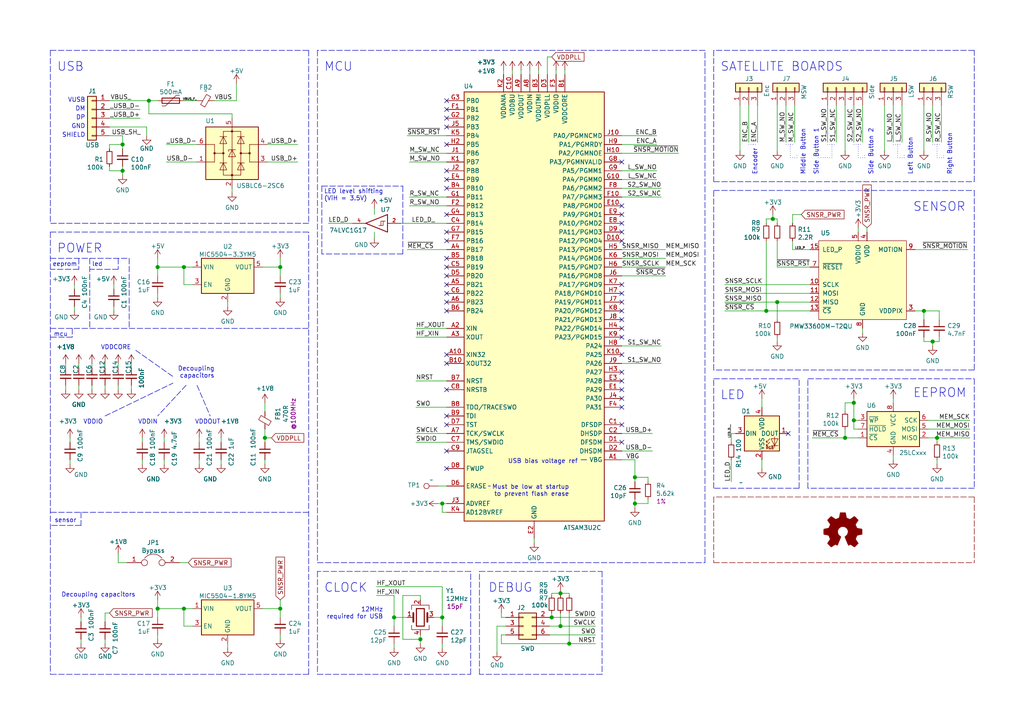
<source format=kicad_sch>
(kicad_sch (version 20210406) (generator eeschema)
  (paper "A4")
  (title_block (title "sammy") (date "2021-04-10") (rev "r0.1") (company "openinput                                   https://github.com/openinput-fw/big-sammy") (comment 2 "This source describes Open Hardware and is licensed under the CERN-OHL-Pv2") (comment 4 "Copyright (c) Rafael Silva <perigoso@riseup.net>"))
  (junction (at 35.56 41.91) (diameter 1.016))
  (junction (at 35.56 49.53) (diameter 1.016))
  (junction (at 43.18 29.21) (diameter 1.016))
  (junction (at 45.72 77.47) (diameter 1.016))
  (junction (at 45.72 176.53) (diameter 1.016))
  (junction (at 53.34 77.47) (diameter 1.016))
  (junction (at 53.34 176.53) (diameter 1.016))
  (junction (at 76.835 127) (diameter 1.016))
  (junction (at 81.28 77.47) (diameter 1.016))
  (junction (at 81.28 176.53) (diameter 1.016))
  (junction (at 114.3 179.07) (diameter 1.016))
  (junction (at 121.92 185.42) (diameter 1.016))
  (junction (at 128.27 146.05) (diameter 1.016))
  (junction (at 128.27 179.07) (diameter 1.016))
  (junction (at 160.02 179.07) (diameter 1.016))
  (junction (at 162.56 172.085) (diameter 1.016))
  (junction (at 162.56 181.61) (diameter 1.016))
  (junction (at 165.1 186.69) (diameter 1.016))
  (junction (at 184.15 138.43) (diameter 1.016))
  (junction (at 184.15 146.05) (diameter 1.016))
  (junction (at 222.25 90.17) (diameter 1.016))
  (junction (at 224.155 63.5) (diameter 1.016))
  (junction (at 225.425 87.63) (diameter 1.016))
  (junction (at 245.11 127) (diameter 1.016))
  (junction (at 247.65 116.84) (diameter 1.016))
  (junction (at 247.65 121.92) (diameter 1.016))
  (junction (at 267.97 90.17) (diameter 1.016))
  (junction (at 270.51 99.06) (diameter 1.016))
  (junction (at 271.78 127) (diameter 1.016))
  (no_connect (at 129.54 29.21))
  (no_connect (at 129.54 31.75))
  (no_connect (at 129.54 34.29))
  (no_connect (at 129.54 36.83))
  (no_connect (at 129.54 41.91))
  (no_connect (at 129.54 49.53))
  (no_connect (at 129.54 52.07))
  (no_connect (at 129.54 54.61))
  (no_connect (at 129.54 62.23))
  (no_connect (at 129.54 67.31))
  (no_connect (at 129.54 69.85))
  (no_connect (at 129.54 74.93))
  (no_connect (at 129.54 77.47))
  (no_connect (at 129.54 80.01))
  (no_connect (at 129.54 82.55))
  (no_connect (at 129.54 85.09))
  (no_connect (at 129.54 87.63))
  (no_connect (at 129.54 90.17))
  (no_connect (at 129.54 102.87))
  (no_connect (at 129.54 105.41))
  (no_connect (at 129.54 113.03))
  (no_connect (at 129.54 120.65))
  (no_connect (at 129.54 123.19))
  (no_connect (at 129.54 130.81))
  (no_connect (at 129.54 135.89))
  (no_connect (at 180.34 46.99))
  (no_connect (at 180.34 59.69))
  (no_connect (at 180.34 62.23))
  (no_connect (at 180.34 64.77))
  (no_connect (at 180.34 67.31))
  (no_connect (at 180.34 69.85))
  (no_connect (at 180.34 82.55))
  (no_connect (at 180.34 85.09))
  (no_connect (at 180.34 87.63))
  (no_connect (at 180.34 90.17))
  (no_connect (at 180.34 92.71))
  (no_connect (at 180.34 95.25))
  (no_connect (at 180.34 97.79))
  (no_connect (at 180.34 102.87))
  (no_connect (at 180.34 107.95))
  (no_connect (at 180.34 110.49))
  (no_connect (at 180.34 113.03))
  (no_connect (at 180.34 115.57))
  (no_connect (at 180.34 118.11))
  (no_connect (at 180.34 123.19))
  (no_connect (at 180.34 128.27))
  (no_connect (at 228.6 125.73))
  (wire (pts (xy 19.05 105.41) (xy 19.05 106.68)))
  (wire (pts (xy 19.05 111.76) (xy 19.05 113.03)))
  (wire (pts (xy 20.32 127) (xy 20.32 128.27)))
  (wire (pts (xy 20.32 133.35) (xy 20.32 134.62)))
  (wire (pts (xy 21.59 82.55) (xy 21.59 83.82)))
  (wire (pts (xy 21.59 88.9) (xy 21.59 90.17)))
  (wire (pts (xy 22.86 105.41) (xy 22.86 106.68)))
  (wire (pts (xy 22.86 111.76) (xy 22.86 113.03)))
  (wire (pts (xy 23.495 179.07) (xy 23.495 180.34)))
  (wire (pts (xy 23.495 185.42) (xy 23.495 186.69)))
  (wire (pts (xy 26.67 105.41) (xy 26.67 106.68)))
  (wire (pts (xy 26.67 111.76) (xy 26.67 113.03)))
  (wire (pts (xy 30.48 105.41) (xy 30.48 106.68)))
  (wire (pts (xy 30.48 111.76) (xy 30.48 113.03)))
  (wire (pts (xy 30.48 177.8) (xy 30.48 180.34)))
  (wire (pts (xy 30.48 177.8) (xy 31.75 177.8)))
  (wire (pts (xy 30.48 185.42) (xy 30.48 186.69)))
  (wire (pts (xy 31.75 29.21) (xy 43.18 29.21)))
  (wire (pts (xy 31.75 31.75) (xy 40.64 31.75)))
  (wire (pts (xy 31.75 34.29) (xy 40.64 34.29)))
  (wire (pts (xy 31.75 36.83) (xy 42.545 36.83)))
  (wire (pts (xy 31.75 39.37) (xy 35.56 39.37)))
  (wire (pts (xy 31.75 41.91) (xy 31.75 43.18)))
  (wire (pts (xy 31.75 41.91) (xy 35.56 41.91)))
  (wire (pts (xy 31.75 48.26) (xy 31.75 49.53)))
  (wire (pts (xy 31.75 49.53) (xy 35.56 49.53)))
  (wire (pts (xy 33.02 82.55) (xy 33.02 83.82)))
  (wire (pts (xy 33.02 88.9) (xy 33.02 90.17)))
  (wire (pts (xy 34.29 105.41) (xy 34.29 106.68)))
  (wire (pts (xy 34.29 111.76) (xy 34.29 113.03)))
  (wire (pts (xy 34.29 163.195) (xy 34.29 160.655)))
  (wire (pts (xy 35.56 39.37) (xy 35.56 41.91)))
  (wire (pts (xy 35.56 43.18) (xy 35.56 41.91)))
  (wire (pts (xy 35.56 49.53) (xy 35.56 48.26)))
  (wire (pts (xy 35.56 49.53) (xy 35.56 50.8)))
  (wire (pts (xy 36.83 163.195) (xy 34.29 163.195)))
  (wire (pts (xy 38.1 105.41) (xy 38.1 106.68)))
  (wire (pts (xy 38.1 111.76) (xy 38.1 113.03)))
  (wire (pts (xy 41.275 127) (xy 41.275 128.27)))
  (wire (pts (xy 41.275 133.35) (xy 41.275 134.62)))
  (wire (pts (xy 42.545 36.83) (xy 42.545 39.37)))
  (wire (pts (xy 43.18 29.21) (xy 45.72 29.21)))
  (wire (pts (xy 43.18 33.02) (xy 43.18 29.21)))
  (wire (pts (xy 45.72 74.93) (xy 45.72 77.47)))
  (wire (pts (xy 45.72 77.47) (xy 45.72 80.01)))
  (wire (pts (xy 45.72 85.09) (xy 45.72 86.36)))
  (wire (pts (xy 45.72 173.99) (xy 45.72 176.53)))
  (wire (pts (xy 45.72 176.53) (xy 45.72 179.07)))
  (wire (pts (xy 45.72 184.15) (xy 45.72 185.42)))
  (wire (pts (xy 47.625 127) (xy 47.625 128.27)))
  (wire (pts (xy 47.625 133.35) (xy 47.625 134.62)))
  (wire (pts (xy 48.26 46.99) (xy 57.15 46.99)))
  (wire (pts (xy 52.07 163.195) (xy 54.61 163.195)))
  (wire (pts (xy 53.34 29.21) (xy 57.15 29.21)))
  (wire (pts (xy 53.34 77.47) (xy 45.72 77.47)))
  (wire (pts (xy 53.34 77.47) (xy 55.88 77.47)))
  (wire (pts (xy 53.34 82.55) (xy 53.34 77.47)))
  (wire (pts (xy 53.34 82.55) (xy 55.88 82.55)))
  (wire (pts (xy 53.34 176.53) (xy 45.72 176.53)))
  (wire (pts (xy 53.34 176.53) (xy 55.88 176.53)))
  (wire (pts (xy 53.34 181.61) (xy 53.34 176.53)))
  (wire (pts (xy 53.34 181.61) (xy 55.88 181.61)))
  (wire (pts (xy 57.15 41.91) (xy 48.26 41.91)))
  (wire (pts (xy 57.785 127) (xy 57.785 128.27)))
  (wire (pts (xy 57.785 133.35) (xy 57.785 134.62)))
  (wire (pts (xy 62.23 29.21) (xy 68.58 29.21)))
  (wire (pts (xy 64.135 127) (xy 64.135 128.27)))
  (wire (pts (xy 64.135 133.35) (xy 64.135 134.62)))
  (wire (pts (xy 66.04 87.63) (xy 66.04 88.9)))
  (wire (pts (xy 66.04 186.69) (xy 66.04 187.96)))
  (wire (pts (xy 67.31 33.02) (xy 43.18 33.02)))
  (wire (pts (xy 67.31 34.29) (xy 67.31 33.02)))
  (wire (pts (xy 67.31 54.61) (xy 67.31 55.88)))
  (wire (pts (xy 68.58 24.13) (xy 68.58 29.21)))
  (wire (pts (xy 76.835 119.38) (xy 76.835 116.84)))
  (wire (pts (xy 76.835 124.46) (xy 76.835 127)))
  (wire (pts (xy 76.835 127) (xy 76.835 128.27)))
  (wire (pts (xy 76.835 127) (xy 78.74 127)))
  (wire (pts (xy 76.835 133.35) (xy 76.835 134.62)))
  (wire (pts (xy 77.47 41.91) (xy 86.36 41.91)))
  (wire (pts (xy 77.47 46.99) (xy 86.36 46.99)))
  (wire (pts (xy 81.28 74.93) (xy 81.28 77.47)))
  (wire (pts (xy 81.28 77.47) (xy 76.2 77.47)))
  (wire (pts (xy 81.28 80.01) (xy 81.28 77.47)))
  (wire (pts (xy 81.28 85.09) (xy 81.28 86.36)))
  (wire (pts (xy 81.28 173.99) (xy 81.28 176.53)))
  (wire (pts (xy 81.28 176.53) (xy 76.2 176.53)))
  (wire (pts (xy 81.28 179.07) (xy 81.28 176.53)))
  (wire (pts (xy 81.28 184.15) (xy 81.28 185.42)))
  (wire (pts (xy 102.235 64.77) (xy 95.25 64.77)))
  (wire (pts (xy 108.585 60.325) (xy 108.585 62.23)))
  (wire (pts (xy 108.585 67.31) (xy 108.585 69.215)))
  (wire (pts (xy 109.22 170.18) (xy 128.27 170.18)))
  (wire (pts (xy 109.22 172.72) (xy 114.3 172.72)))
  (wire (pts (xy 114.3 172.72) (xy 114.3 179.07)))
  (wire (pts (xy 114.3 179.07) (xy 114.3 181.61)))
  (wire (pts (xy 114.3 179.07) (xy 118.11 179.07)))
  (wire (pts (xy 114.3 186.69) (xy 114.3 187.96)))
  (wire (pts (xy 116.205 64.77) (xy 129.54 64.77)))
  (wire (pts (xy 116.84 172.72) (xy 121.92 172.72)))
  (wire (pts (xy 116.84 185.42) (xy 116.84 172.72)))
  (wire (pts (xy 118.11 39.37) (xy 129.54 39.37)))
  (wire (pts (xy 118.11 72.39) (xy 129.54 72.39)))
  (wire (pts (xy 118.745 46.99) (xy 129.54 46.99)))
  (wire (pts (xy 118.745 57.15) (xy 129.54 57.15)))
  (wire (pts (xy 118.745 59.69) (xy 129.54 59.69)))
  (wire (pts (xy 120.65 95.25) (xy 129.54 95.25)))
  (wire (pts (xy 120.65 97.79) (xy 129.54 97.79)))
  (wire (pts (xy 120.65 110.49) (xy 129.54 110.49)))
  (wire (pts (xy 120.65 118.11) (xy 129.54 118.11)))
  (wire (pts (xy 120.65 125.73) (xy 129.54 125.73)))
  (wire (pts (xy 120.65 128.27) (xy 129.54 128.27)))
  (wire (pts (xy 121.92 172.72) (xy 121.92 173.99)))
  (wire (pts (xy 121.92 184.15) (xy 121.92 185.42)))
  (wire (pts (xy 121.92 185.42) (xy 116.84 185.42)))
  (wire (pts (xy 121.92 185.42) (xy 121.92 186.69)))
  (wire (pts (xy 125.73 179.07) (xy 128.27 179.07)))
  (wire (pts (xy 127 140.97) (xy 129.54 140.97)))
  (wire (pts (xy 127 146.05) (xy 128.27 146.05)))
  (wire (pts (xy 128.27 146.05) (xy 129.54 146.05)))
  (wire (pts (xy 128.27 148.59) (xy 128.27 146.05)))
  (wire (pts (xy 128.27 179.07) (xy 128.27 170.18)))
  (wire (pts (xy 128.27 179.07) (xy 128.27 181.61)))
  (wire (pts (xy 128.27 186.69) (xy 128.27 187.96)))
  (wire (pts (xy 129.54 44.45) (xy 118.745 44.45)))
  (wire (pts (xy 129.54 148.59) (xy 128.27 148.59)))
  (wire (pts (xy 144.145 181.61) (xy 144.145 189.23)))
  (wire (pts (xy 144.145 181.61) (xy 146.685 181.61)))
  (wire (pts (xy 145.415 177.8) (xy 145.415 179.07)))
  (wire (pts (xy 145.415 179.07) (xy 146.685 179.07)))
  (wire (pts (xy 145.415 184.15) (xy 146.685 184.15)))
  (wire (pts (xy 145.415 186.69) (xy 145.415 184.15)))
  (wire (pts (xy 145.415 186.69) (xy 165.1 186.69)))
  (wire (pts (xy 146.05 20.32) (xy 146.05 21.59)))
  (wire (pts (xy 148.59 20.32) (xy 148.59 21.59)))
  (wire (pts (xy 151.13 20.32) (xy 151.13 21.59)))
  (wire (pts (xy 153.67 20.32) (xy 153.67 21.59)))
  (wire (pts (xy 154.94 157.48) (xy 154.94 156.21)))
  (wire (pts (xy 156.21 20.32) (xy 156.21 21.59)))
  (wire (pts (xy 158.75 16.51) (xy 158.75 21.59)))
  (wire (pts (xy 160.02 16.51) (xy 158.75 16.51)))
  (wire (pts (xy 160.02 172.085) (xy 162.56 172.085)))
  (wire (pts (xy 160.02 172.72) (xy 160.02 172.085)))
  (wire (pts (xy 160.02 177.8) (xy 160.02 179.07)))
  (wire (pts (xy 160.02 179.07) (xy 159.385 179.07)))
  (wire (pts (xy 160.02 179.07) (xy 172.72 179.07)))
  (wire (pts (xy 161.29 20.32) (xy 161.29 21.59)))
  (wire (pts (xy 162.56 171.45) (xy 162.56 172.085)))
  (wire (pts (xy 162.56 172.085) (xy 162.56 172.72)))
  (wire (pts (xy 162.56 172.085) (xy 165.1 172.085)))
  (wire (pts (xy 162.56 177.8) (xy 162.56 181.61)))
  (wire (pts (xy 162.56 181.61) (xy 159.385 181.61)))
  (wire (pts (xy 162.56 181.61) (xy 172.72 181.61)))
  (wire (pts (xy 163.83 20.32) (xy 163.83 21.59)))
  (wire (pts (xy 165.1 172.085) (xy 165.1 172.72)))
  (wire (pts (xy 165.1 177.8) (xy 165.1 186.69)))
  (wire (pts (xy 165.1 186.69) (xy 172.72 186.69)))
  (wire (pts (xy 172.72 184.15) (xy 159.385 184.15)))
  (wire (pts (xy 180.34 39.37) (xy 190.5 39.37)))
  (wire (pts (xy 180.34 41.91) (xy 190.5 41.91)))
  (wire (pts (xy 180.34 44.45) (xy 196.85 44.45)))
  (wire (pts (xy 180.34 49.53) (xy 190.5 49.53)))
  (wire (pts (xy 180.34 52.07) (xy 190.5 52.07)))
  (wire (pts (xy 180.34 54.61) (xy 191.77 54.61)))
  (wire (pts (xy 180.34 57.15) (xy 191.77 57.15)))
  (wire (pts (xy 180.34 72.39) (xy 193.04 72.39)))
  (wire (pts (xy 180.34 74.93) (xy 193.04 74.93)))
  (wire (pts (xy 180.34 77.47) (xy 193.04 77.47)))
  (wire (pts (xy 180.34 100.33) (xy 191.77 100.33)))
  (wire (pts (xy 180.34 105.41) (xy 191.77 105.41)))
  (wire (pts (xy 180.34 125.73) (xy 189.23 125.73)))
  (wire (pts (xy 180.34 133.35) (xy 184.15 133.35)))
  (wire (pts (xy 184.15 133.35) (xy 184.15 138.43)))
  (wire (pts (xy 184.15 138.43) (xy 184.15 139.7)))
  (wire (pts (xy 184.15 138.43) (xy 187.96 138.43)))
  (wire (pts (xy 184.15 146.05) (xy 184.15 144.78)))
  (wire (pts (xy 184.15 146.05) (xy 184.15 147.32)))
  (wire (pts (xy 187.96 138.43) (xy 187.96 139.7)))
  (wire (pts (xy 187.96 144.78) (xy 187.96 146.05)))
  (wire (pts (xy 187.96 146.05) (xy 184.15 146.05)))
  (wire (pts (xy 189.23 130.81) (xy 180.34 130.81)))
  (wire (pts (xy 193.04 80.01) (xy 180.34 80.01)))
  (wire (pts (xy 210.185 82.55) (xy 234.95 82.55)))
  (wire (pts (xy 210.185 85.09) (xy 234.95 85.09)))
  (wire (pts (xy 210.185 87.63) (xy 225.425 87.63)))
  (wire (pts (xy 210.185 90.17) (xy 222.25 90.17)))
  (wire (pts (xy 212.09 125.73) (xy 212.09 128.27)))
  (wire (pts (xy 212.09 125.73) (xy 213.36 125.73)))
  (wire (pts (xy 212.09 133.35) (xy 212.09 139.7)))
  (wire (pts (xy 214.63 30.48) (xy 214.63 43.815)))
  (wire (pts (xy 217.17 41.275) (xy 217.17 30.48)))
  (wire (pts (xy 219.71 41.275) (xy 219.71 30.48)))
  (wire (pts (xy 220.98 115.57) (xy 220.98 118.11)))
  (wire (pts (xy 220.98 133.35) (xy 220.98 135.89)))
  (wire (pts (xy 222.25 63.5) (xy 224.155 63.5)))
  (wire (pts (xy 222.25 64.77) (xy 222.25 63.5)))
  (wire (pts (xy 222.25 69.85) (xy 222.25 90.17)))
  (wire (pts (xy 222.25 90.17) (xy 234.95 90.17)))
  (wire (pts (xy 224.155 63.5) (xy 224.155 62.23)))
  (wire (pts (xy 225.425 30.48) (xy 225.425 43.815)))
  (wire (pts (xy 225.425 63.5) (xy 224.155 63.5)))
  (wire (pts (xy 225.425 64.77) (xy 225.425 63.5)))
  (wire (pts (xy 225.425 69.85) (xy 225.425 77.47)))
  (wire (pts (xy 225.425 77.47) (xy 234.95 77.47)))
  (wire (pts (xy 225.425 87.63) (xy 225.425 92.71)))
  (wire (pts (xy 225.425 87.63) (xy 234.95 87.63)))
  (wire (pts (xy 225.425 97.79) (xy 225.425 99.06)))
  (wire (pts (xy 227.965 41.275) (xy 227.965 30.48)))
  (wire (pts (xy 229.87 62.23) (xy 229.87 64.77)))
  (wire (pts (xy 229.87 72.39) (xy 229.87 69.85)))
  (wire (pts (xy 230.505 41.275) (xy 230.505 30.48)))
  (wire (pts (xy 232.41 62.23) (xy 229.87 62.23)))
  (wire (pts (xy 234.95 72.39) (xy 229.87 72.39)))
  (wire (pts (xy 235.585 127) (xy 245.11 127)))
  (wire (pts (xy 240.03 41.275) (xy 240.03 30.48)))
  (wire (pts (xy 242.57 41.275) (xy 242.57 30.48)))
  (wire (pts (xy 245.11 30.48) (xy 245.11 43.815)))
  (wire (pts (xy 245.11 116.84) (xy 247.65 116.84)))
  (wire (pts (xy 245.11 119.38) (xy 245.11 116.84)))
  (wire (pts (xy 245.11 124.46) (xy 245.11 127)))
  (wire (pts (xy 245.11 127) (xy 248.92 127)))
  (wire (pts (xy 247.65 41.275) (xy 247.65 30.48)))
  (wire (pts (xy 247.65 115.57) (xy 247.65 116.84)))
  (wire (pts (xy 247.65 116.84) (xy 247.65 121.92)))
  (wire (pts (xy 247.65 121.92) (xy 248.92 121.92)))
  (wire (pts (xy 247.65 124.46) (xy 247.65 121.92)))
  (wire (pts (xy 248.92 66.04) (xy 248.92 67.31)))
  (wire (pts (xy 248.92 124.46) (xy 247.65 124.46)))
  (wire (pts (xy 250.19 41.275) (xy 250.19 30.48)))
  (wire (pts (xy 250.19 95.25) (xy 250.19 96.52)))
  (wire (pts (xy 251.46 66.04) (xy 251.46 67.31)))
  (wire (pts (xy 256.54 30.48) (xy 256.54 43.815)))
  (wire (pts (xy 259.08 41.275) (xy 259.08 30.48)))
  (wire (pts (xy 259.08 115.57) (xy 259.08 116.84)))
  (wire (pts (xy 259.08 132.08) (xy 259.08 133.35)))
  (wire (pts (xy 261.62 41.275) (xy 261.62 30.48)))
  (wire (pts (xy 265.43 72.39) (xy 280.67 72.39)))
  (wire (pts (xy 267.97 30.48) (xy 267.97 43.815)))
  (wire (pts (xy 267.97 90.17) (xy 265.43 90.17)))
  (wire (pts (xy 267.97 92.71) (xy 267.97 90.17)))
  (wire (pts (xy 267.97 99.06) (xy 267.97 97.79)))
  (wire (pts (xy 269.24 121.92) (xy 281.305 121.92)))
  (wire (pts (xy 269.24 124.46) (xy 281.305 124.46)))
  (wire (pts (xy 269.24 127) (xy 271.78 127)))
  (wire (pts (xy 270.51 41.275) (xy 270.51 30.48)))
  (wire (pts (xy 270.51 99.06) (xy 267.97 99.06)))
  (wire (pts (xy 270.51 99.06) (xy 270.51 100.33)))
  (wire (pts (xy 270.51 99.06) (xy 272.415 99.06)))
  (wire (pts (xy 271.78 127) (xy 271.78 128.27)))
  (wire (pts (xy 271.78 127) (xy 281.305 127)))
  (wire (pts (xy 271.78 133.35) (xy 271.78 134.62)))
  (wire (pts (xy 272.415 90.17) (xy 267.97 90.17)))
  (wire (pts (xy 272.415 92.71) (xy 272.415 90.17)))
  (wire (pts (xy 272.415 97.79) (xy 272.415 99.06)))
  (wire (pts (xy 273.05 41.275) (xy 273.05 30.48)))
  (polyline (pts (xy 14.605 14.605) (xy 14.605 64.77)) (stroke (width 0) (type dash)))
  (polyline (pts (xy 14.605 14.605) (xy 89.535 14.605)) (stroke (width 0) (type dash)))
  (polyline (pts (xy 14.605 67.31) (xy 14.605 195.58)) (stroke (width 0) (type dash)))
  (polyline (pts (xy 14.605 67.31) (xy 89.535 67.31)) (stroke (width 0) (type dash)))
  (polyline (pts (xy 14.605 74.93) (xy 26.035 74.93)) (stroke (width 0) (type dash)))
  (polyline (pts (xy 14.605 95.25) (xy 89.535 95.25)) (stroke (width 0) (type dash)))
  (polyline (pts (xy 20.955 95.25) (xy 20.955 97.79)) (stroke (width 0) (type dash)))
  (polyline (pts (xy 20.955 97.79) (xy 14.605 97.79)) (stroke (width 0) (type dash)))
  (polyline (pts (xy 22.86 74.93) (xy 22.86 78.105)) (stroke (width 0) (type dash)))
  (polyline (pts (xy 22.86 78.105) (xy 14.605 78.105)) (stroke (width 0) (type dash)))
  (polyline (pts (xy 23.495 148.59) (xy 23.495 152.4)) (stroke (width 0) (type dash)))
  (polyline (pts (xy 23.495 152.4) (xy 14.605 152.4)) (stroke (width 0) (type dash)))
  (polyline (pts (xy 26.035 74.93) (xy 26.035 95.25)) (stroke (width 0) (type dash)))
  (polyline (pts (xy 26.035 74.93) (xy 37.465 74.93)) (stroke (width 0) (type dash)))
  (polyline (pts (xy 30.48 120.65) (xy 50.165 111.125)) (stroke (width 0) (type dash)))
  (polyline (pts (xy 34.29 74.93) (xy 34.29 78.105)) (stroke (width 0) (type dash)))
  (polyline (pts (xy 34.29 78.105) (xy 26.035 78.105)) (stroke (width 0) (type dash)))
  (polyline (pts (xy 37.465 74.93) (xy 37.465 95.25)) (stroke (width 0) (type dash)))
  (polyline (pts (xy 39.37 101.6) (xy 50.165 109.22)) (stroke (width 0) (type dash)))
  (polyline (pts (xy 53.975 111.76) (xy 45.72 120.65)) (stroke (width 0) (type dash)))
  (polyline (pts (xy 57.15 111.76) (xy 60.96 120.65)) (stroke (width 0) (type dash)))
  (polyline (pts (xy 89.535 14.605) (xy 89.535 64.77)) (stroke (width 0) (type dash)))
  (polyline (pts (xy 89.535 64.77) (xy 14.605 64.77)) (stroke (width 0) (type dash)))
  (polyline (pts (xy 89.535 148.59) (xy 14.605 148.59)) (stroke (width 0) (type dash)))
  (polyline (pts (xy 89.535 195.58) (xy 14.605 195.58)) (stroke (width 0) (type dash)))
  (polyline (pts (xy 89.535 195.58) (xy 89.535 67.31)) (stroke (width 0) (type dash)))
  (polyline (pts (xy 92.075 14.605) (xy 92.075 163.195)) (stroke (width 0) (type dash)))
  (polyline (pts (xy 92.075 163.195) (xy 204.47 163.195)) (stroke (width 0) (type dash)))
  (polyline (pts (xy 92.075 165.735) (xy 92.075 195.58)) (stroke (width 0) (type dash)))
  (polyline (pts (xy 92.075 195.58) (xy 136.525 195.58)) (stroke (width 0) (type dash)))
  (polyline (pts (xy 93.345 53.975) (xy 93.345 73.66)) (stroke (width 0) (type dash)))
  (polyline (pts (xy 93.345 53.975) (xy 116.84 53.975)) (stroke (width 0) (type dash)))
  (polyline (pts (xy 116.84 53.975) (xy 116.84 73.66)) (stroke (width 0) (type dash)))
  (polyline (pts (xy 116.84 73.66) (xy 93.345 73.66)) (stroke (width 0) (type dash)))
  (polyline (pts (xy 136.525 165.735) (xy 92.075 165.735)) (stroke (width 0) (type dash)))
  (polyline (pts (xy 136.525 195.58) (xy 136.525 165.735)) (stroke (width 0) (type dash)))
  (polyline (pts (xy 139.065 165.735) (xy 174.625 165.735)) (stroke (width 0) (type dash)))
  (polyline (pts (xy 139.065 195.58) (xy 139.065 165.735)) (stroke (width 0) (type dash)))
  (polyline (pts (xy 141.605 140.97) (xy 142.24 140.97)) (stroke (width 0) (type dash)))
  (polyline (pts (xy 170.18 133.35) (xy 168.275 133.35)) (stroke (width 0) (type dash)))
  (polyline (pts (xy 174.625 165.735) (xy 174.625 195.58)) (stroke (width 0) (type dash)))
  (polyline (pts (xy 174.625 195.58) (xy 139.065 195.58)) (stroke (width 0) (type dash)))
  (polyline (pts (xy 204.47 14.605) (xy 92.075 14.605)) (stroke (width 0) (type dash)))
  (polyline (pts (xy 204.47 163.195) (xy 204.47 14.605)) (stroke (width 0) (type dash)))
  (polyline (pts (xy 207.01 14.605) (xy 207.01 52.705)) (stroke (width 0) (type dash)))
  (polyline (pts (xy 207.01 52.705) (xy 282.575 52.705)) (stroke (width 0) (type dash)))
  (polyline (pts (xy 207.01 55.245) (xy 282.575 55.245)) (stroke (width 0) (type dash)))
  (polyline (pts (xy 207.01 107.315) (xy 207.01 55.245)) (stroke (width 0) (type dash)))
  (polyline (pts (xy 207.01 109.855) (xy 231.775 109.855)) (stroke (width 0) (type dash)))
  (polyline (pts (xy 207.01 141.605) (xy 207.01 109.855)) (stroke (width 0) (type dash)))
  (polyline (pts (xy 207.01 144.145) (xy 207.01 163.195)) (stroke (width 0.1524) (type dash) (color 132 0 0 1)))
  (polyline (pts (xy 207.01 163.195) (xy 282.575 163.195)) (stroke (width 0.1524) (type dash) (color 132 0 0 1)))
  (polyline (pts (xy 217.17 41.91) (xy 219.71 41.91)) (stroke (width 0.1524) (type dot)))
  (polyline (pts (xy 218.44 41.91) (xy 218.44 42.545)) (stroke (width 0.1524) (type dot)))
  (polyline (pts (xy 227.965 41.91) (xy 230.505 41.91)) (stroke (width 0.1524) (type dot)))
  (polyline (pts (xy 229.235 41.91) (xy 229.235 45.72)) (stroke (width 0.1524) (type dot)))
  (polyline (pts (xy 229.235 45.72) (xy 231.14 45.72)) (stroke (width 0.1524) (type dot)))
  (polyline (pts (xy 231.14 45.085) (xy 231.14 46.355)) (stroke (width 0.1524) (type dot)))
  (polyline (pts (xy 231.775 141.605) (xy 207.01 141.605)) (stroke (width 0) (type dash)))
  (polyline (pts (xy 231.775 141.605) (xy 231.775 109.855)) (stroke (width 0) (type dash)))
  (polyline (pts (xy 234.315 109.855) (xy 282.575 109.855)) (stroke (width 0) (type dash)))
  (polyline (pts (xy 234.315 141.605) (xy 234.315 109.855)) (stroke (width 0) (type dash)))
  (polyline (pts (xy 237.49 45.085) (xy 237.49 46.355)) (stroke (width 0.1524) (type dot)))
  (polyline (pts (xy 240.03 41.91) (xy 242.57 41.91)) (stroke (width 0.1524) (type dot)))
  (polyline (pts (xy 241.3 41.91) (xy 241.3 45.72)) (stroke (width 0.1524) (type dot)))
  (polyline (pts (xy 241.3 45.72) (xy 237.49 45.72)) (stroke (width 0.1524) (type dot)))
  (polyline (pts (xy 247.65 41.91) (xy 250.19 41.91)) (stroke (width 0.1524) (type dot)))
  (polyline (pts (xy 248.92 41.91) (xy 248.92 45.72)) (stroke (width 0.1524) (type dot)))
  (polyline (pts (xy 248.92 45.72) (xy 250.825 45.72)) (stroke (width 0.1524) (type dot)))
  (polyline (pts (xy 250.825 45.085) (xy 250.825 46.355)) (stroke (width 0.1524) (type dot)))
  (polyline (pts (xy 259.08 41.91) (xy 261.62 41.91)) (stroke (width 0.1524) (type dot)))
  (polyline (pts (xy 260.35 41.91) (xy 260.35 45.72)) (stroke (width 0.1524) (type dot)))
  (polyline (pts (xy 260.35 45.72) (xy 262.255 45.72)) (stroke (width 0.1524) (type dot)))
  (polyline (pts (xy 262.255 45.085) (xy 262.255 46.355)) (stroke (width 0.1524) (type dot)))
  (polyline (pts (xy 270.51 41.91) (xy 273.05 41.91)) (stroke (width 0.1524) (type dot)))
  (polyline (pts (xy 271.78 41.91) (xy 271.78 45.72)) (stroke (width 0.1524) (type dot)))
  (polyline (pts (xy 271.78 45.72) (xy 273.685 45.72)) (stroke (width 0.1524) (type dot)))
  (polyline (pts (xy 273.685 45.085) (xy 273.685 46.355)) (stroke (width 0.1524) (type dot)))
  (polyline (pts (xy 282.575 14.605) (xy 207.01 14.605)) (stroke (width 0) (type dash)))
  (polyline (pts (xy 282.575 52.705) (xy 282.575 14.605)) (stroke (width 0) (type dash)))
  (polyline (pts (xy 282.575 55.245) (xy 282.575 107.315)) (stroke (width 0) (type dash)))
  (polyline (pts (xy 282.575 107.315) (xy 207.01 107.315)) (stroke (width 0) (type dash)))
  (polyline (pts (xy 282.575 109.855) (xy 282.575 141.605)) (stroke (width 0) (type dash)))
  (polyline (pts (xy 282.575 141.605) (xy 234.315 141.605)) (stroke (width 0) (type dash)))
  (polyline (pts (xy 282.575 144.145) (xy 207.01 144.145)) (stroke (width 0.1524) (type dash) (color 132 0 0 1)))
  (polyline (pts (xy 282.575 144.145) (xy 282.575 163.195)) (stroke (width 0.1524) (type dash) (color 132 0 0 1)))
  (text "eeprom" (at 15.24 77.47 0) (effects (font (size 1.27 1.27)) (justify left bottom)))
  (text "USB" (at 16.51 20.955 0) (effects (font (size 2.56 2.56)) (justify left bottom)))
  (text "POWER" (at 16.51 73.66 0) (effects (font (size 2.56 2.56)) (justify left bottom)))
  (text "Decoupling capacitors" (at 17.78 173.355 0) (effects (font (size 1.27 1.27)) (justify left bottom)))
  (text "mcu" (at 19.685 97.79 180) (effects (font (size 1.27 1.27)) (justify right bottom)))
  (text "sensor" (at 22.225 151.765 180) (effects (font (size 1.27 1.27)) (justify right bottom)))
  (text "VDDIO" (at 24.13 123.19 0) (effects (font (size 1.27 1.27)) (justify left bottom)))
  (text "VUSB" (at 24.765 29.845 180) (effects (font (size 1.27 1.27)) (justify right bottom)))
  (text "DM" (at 24.765 32.385 180) (effects (font (size 1.27 1.27)) (justify right bottom)))
  (text "DP" (at 24.765 34.925 180) (effects (font (size 1.27 1.27)) (justify right bottom)))
  (text "GND" (at 24.765 37.465 180) (effects (font (size 1.27 1.27)) (justify right bottom)))
  (text "SHIELD" (at 24.765 40.005 180) (effects (font (size 1.27 1.27)) (justify right bottom)))
  (text "led" (at 26.67 77.47 0) (effects (font (size 1.27 1.27)) (justify left bottom)))
  (text "VDDCORE" (at 29.21 101.6 0) (effects (font (size 1.27 1.27)) (justify left bottom)))
  (text "VDDIN" (at 40.005 123.19 0) (effects (font (size 1.27 1.27)) (justify left bottom)))
  (text "VDDOUT" (at 56.515 123.19 0) (effects (font (size 1.27 1.27)) (justify left bottom)))
  (text "Decoupling\ncapacitors" (at 62.23 109.855 180) (effects (font (size 1.27 1.27)) (justify right bottom)))
  (text "MCU" (at 93.98 20.955 0) (effects (font (size 2.56 2.56)) (justify left bottom)))
  (text "LED level shifting\n(ViH = 3.5V)" (at 93.98 58.42 0) (effects (font (size 1.27 1.27)) (justify left bottom)))
  (text "CLOCK\n" (at 93.98 172.085 0) (effects (font (size 2.56 2.56)) (justify left bottom)))
  (text "12MHz\nrequired for USB" (at 111.125 179.705 180) (effects (font (size 1.27 1.27)) (justify right bottom)))
  (text "DEBUG" (at 141.605 172.085 0) (effects (font (size 2.56 2.56)) (justify left bottom)))
  (text "Must be low at startup\nto prevent flash erase" (at 165.1 144.145 180) (effects (font (size 1.27 1.27)) (justify right bottom)))
  (text "USB bias voltage ref" (at 167.64 134.62 180) (effects (font (size 1.27 1.27)) (justify right bottom)))
  (text "SATELLITE BOARDS\n" (at 208.915 20.955 0) (effects (font (size 2.56 2.56)) (justify left bottom)))
  (text "LED" (at 208.915 116.205 0) (effects (font (size 2.56 2.56)) (justify left bottom)))
  (text "Encoder" (at 219.71 50.8 90) (effects (font (size 1.27 1.27)) (justify left bottom)))
  (text "Middle Button" (at 233.68 50.8 90) (effects (font (size 1.27 1.27)) (justify left bottom)))
  (text "Side Button 1" (at 237.49 50.8 90) (effects (font (size 1.27 1.27)) (justify left bottom)))
  (text "Side Button 2" (at 253.365 50.8 90) (effects (font (size 1.27 1.27)) (justify left bottom)))
  (text "Left Button" (at 264.795 50.8 90) (effects (font (size 1.27 1.27)) (justify left bottom)))
  (text "SENSOR\n" (at 264.795 61.595 0) (effects (font (size 2.56 2.56)) (justify left bottom)))
  (text "EEPROM\n" (at 264.795 115.57 0) (effects (font (size 2.56 2.56)) (justify left bottom)))
  (text "Right Button" (at 276.225 50.8 90) (effects (font (size 1.27 1.27)) (justify left bottom)))
  (label "USB_SH_" (at 32.385 39.37 0))
  (label "VBUS_" (at 38.1 29.21 180))
  (label "_USB_D-" (at 40.64 31.75 180))
  (label "_USB_D+" (at 40.64 34.29 180))
  (label "_USB_D-" (at 48.26 41.91 0))
  (label "USB_D-" (at 48.26 46.99 0))
  (label "VBUS_F_" (at 57.15 29.21 180) (effects (font (size 0.635 0.635))))
  (label "VBUS" (at 62.23 29.21 0))
  (label "_USB_D+" (at 86.36 41.91 180))
  (label "USB_D+" (at 86.36 46.99 180))
  (label "LED_D" (at 95.25 64.77 0))
  (label "HF_XOUT" (at 109.22 170.18 0))
  (label "HF_XIN" (at 109.22 172.72 0))
  (label "~SNSR_RST" (at 118.11 39.37 0))
  (label "~MEM_CS" (at 118.11 72.39 0))
  (label "M_SW_NC" (at 118.745 44.45 0))
  (label "M_SW_NO" (at 118.745 46.99 0))
  (label "R_SW_NC" (at 118.745 57.15 0))
  (label "R_SW_NO" (at 118.745 59.69 0))
  (label "LED_D_" (at 119.38 64.77 0))
  (label "HF_XOUT" (at 120.65 95.25 0))
  (label "HF_XIN" (at 120.65 97.79 0))
  (label "NRST" (at 120.65 110.49 0))
  (label "SWO" (at 120.65 118.11 0))
  (label "SWCLK" (at 120.65 125.73 0))
  (label "SWDIO" (at 120.65 128.27 0))
  (label "SWDIO" (at 172.72 179.07 180))
  (label "SWCLK" (at 172.72 181.61 180))
  (label "SWO" (at 172.72 184.15 180))
  (label "NRST" (at 172.72 186.69 180))
  (label "SNSR_MISO" (at 180.34 72.39 0))
  (label "SNSR_MOSI" (at 180.34 74.93 0))
  (label "SNSR_SCLK" (at 180.34 77.47 0))
  (label "VBG" (at 181.61 133.35 0))
  (label "USB_D+" (at 189.23 125.73 180))
  (label "USB_D-" (at 189.23 130.81 180))
  (label "ENC_B" (at 190.5 39.37 180))
  (label "ENC_A" (at 190.5 41.91 180))
  (label "L_SW_NO" (at 190.5 49.53 180))
  (label "L_SW_NC" (at 190.5 52.07 180))
  (label "S2_SW_NO" (at 191.77 54.61 180))
  (label "S2_SW_NC" (at 191.77 57.15 180))
  (label "S1_SW_NC" (at 191.77 100.33 180))
  (label "S1_SW_NO" (at 191.77 105.41 180))
  (label "MEM_MISO" (at 193.04 72.39 0))
  (label "MEM_MOSI" (at 193.04 74.93 0))
  (label "MEM_SCK" (at 193.04 77.47 0))
  (label "~SNSR_CS" (at 193.04 80.01 180))
  (label "~SNSR_MOTION" (at 196.85 44.45 180))
  (label "SNSR_SCLK" (at 210.185 82.55 0))
  (label "SNSR_MOSI" (at 210.185 85.09 0))
  (label "SNSR_MISO" (at 210.185 87.63 0))
  (label "~SNSR_CS" (at 210.185 90.17 0))
  (label "LED_D__" (at 212.09 127 90) (effects (font (size 0.635 0.635))))
  (label "LED_D" (at 212.09 139.7 90))
  (label "ENC_B" (at 217.17 41.275 90))
  (label "ENC_A" (at 219.71 41.275 90))
  (label "M_SW_NO" (at 227.965 41.275 90))
  (label "M_SW_NC" (at 230.505 41.275 90))
  (label "LED_P" (at 230.505 72.39 0) (effects (font (size 0.635 0.635))))
  (label "~SNSR_RST" (at 234.95 77.47 180))
  (label "~MEM_CS" (at 235.585 127 0))
  (label "S1_SW_NO" (at 240.03 41.275 90))
  (label "S1_SW_NC" (at 242.57 41.275 90))
  (label "S2_SW_NC" (at 247.65 41.275 90))
  (label "S2_SW_NO" (at 250.19 41.275 90))
  (label "L_SW_NO" (at 259.08 41.275 90))
  (label "L_SW_NC" (at 261.62 41.275 90))
  (label "R_SW_NO" (at 270.51 41.275 90))
  (label "R_SW_NC" (at 273.05 41.275 90))
  (label "~SNSR_MOTION" (at 280.67 72.39 180))
  (label "MEM_SCK" (at 281.305 121.92 180))
  (label "MEM_MOSI" (at 281.305 124.46 180))
  (label "MEM_MISO" (at 281.305 127 180))
  (global_label "SNSR_PWR" (shape input) (at 31.75 177.8 0) (property "Intersheet References" "${INTERSHEET_REFS}" (effects hide)))
  (global_label "SNSR_PWR" (shape input) (at 54.61 163.195 0) (property "Intersheet References" "${INTERSHEET_REFS}" (effects hide)))
  (global_label "VDDPLL" (shape input) (at 78.74 127 0) (property "Intersheet References" "${INTERSHEET_REFS}" (effects hide)))
  (global_label "SNSR_PWR" (shape input) (at 81.28 173.99 90) (property "Intersheet References" "${INTERSHEET_REFS}" (effects hide)))
  (global_label "VDDPLL" (shape input) (at 160.02 16.51 0) (property "Intersheet References" "${INTERSHEET_REFS}" (effects hide)))
  (global_label "SNSR_PWR" (shape input) (at 232.41 62.23 0) (property "Intersheet References" "${INTERSHEET_REFS}" (effects hide)))
  (global_label "SNSR_PWR" (shape input) (at 251.46 66.04 90) (property "Intersheet References" "${INTERSHEET_REFS}" (effects hide)))
  (symbol (lib_id "power:+1V8") (at 19.05 105.41 0) (unit 1)
    (property "Reference" "#PWR0106" (effects hide))
    (property "Value" "+1V8" (at 19.05 100.5926 0))
  )
  (symbol (lib_id "power:+3V3") (at 20.32 127 0) (unit 1)
    (property "Reference" "#PWR018" (effects hide))
    (property "Value" "+3V3" (at 19.685 122.1826 0))
  )
  (symbol (lib_id "power:+3V3") (at 21.59 82.55 0) (unit 1)
    (property "Reference" "#PWR08" (effects hide))
    (property "Value" "+3V3" (at 17.78 80.9076 0))
  )
  (symbol (lib_id "power:+1V8") (at 22.86 105.41 0) (unit 1)
    (property "Reference" "#PWR07" (effects hide))
    (property "Value" "+1V8" (at 19.05 100.5926 0))
  )
  (symbol (lib_id "power:+3V3") (at 23.495 179.07 0) (unit 1)
    (property "Reference" "#PWR05" (effects hide))
    (property "Value" "+3V3" (at 23.495 175.5226 0))
  )
  (symbol (lib_id "power:+1V8") (at 26.67 105.41 0) (unit 1)
    (property "Reference" "#PWR013" (effects hide))
    (property "Value" "+1V8" (at 19.05 100.5926 0))
  )
  (symbol (lib_id "power:+1V8") (at 30.48 105.41 0) (unit 1)
    (property "Reference" "#PWR016" (effects hide))
    (property "Value" "+1V8" (at 19.05 100.5926 0))
  )
  (symbol (lib_id "power:+5V") (at 33.02 82.55 0) (unit 1)
    (property "Reference" "#PWR02" (effects hide))
    (property "Value" "+5V" (at 29.845 80.9076 0))
  )
  (symbol (lib_id "power:+1V8") (at 34.29 105.41 0) (unit 1)
    (property "Reference" "#PWR025" (effects hide))
    (property "Value" "+1V8" (at 19.05 100.5926 0))
  )
  (symbol (lib_id "power:+1V8") (at 34.29 160.655 0) (unit 1)
    (property "Reference" "#PWR0105" (effects hide))
    (property "Value" "+1V8" (at 34.29 157.1076 0))
  )
  (symbol (lib_id "power:+1V8") (at 38.1 105.41 0) (unit 1)
    (property "Reference" "#PWR028" (effects hide))
    (property "Value" "+1V8" (at 19.05 100.5926 0))
  )
  (symbol (lib_id "power:+3V3") (at 41.275 127 0) (unit 1)
    (property "Reference" "#PWR036" (effects hide))
    (property "Value" "+3V3" (at 50.144 122.1719 0))
  )
  (symbol (lib_id "power:+5V") (at 45.72 74.93 0) (unit 1)
    (property "Reference" "#PWR031" (effects hide))
    (property "Value" "+5V" (at 45.72 71.3826 0))
  )
  (symbol (lib_id "power:+3V3") (at 45.72 173.99 0) (unit 1)
    (property "Reference" "#PWR033" (effects hide))
    (property "Value" "+3V3" (at 45.72 170.4426 0))
  )
  (symbol (lib_id "power:+3V3") (at 47.625 127 0) (unit 1)
    (property "Reference" "#PWR038" (effects hide))
    (property "Value" "+3V3" (at 50.165 122.1826 0))
  )
  (symbol (lib_id "power:+1V8") (at 57.785 127 0) (unit 1)
    (property "Reference" "#PWR0108" (effects hide))
    (property "Value" "+1V8" (at 66.675 122.1826 0))
  )
  (symbol (lib_id "power:+1V8") (at 64.135 127 0) (unit 1)
    (property "Reference" "#PWR0107" (effects hide))
    (property "Value" "+1V8" (at 66.675 122.1826 0))
  )
  (symbol (lib_id "power:+5V") (at 68.58 24.13 0) (unit 1)
    (property "Reference" "#PWR040" (effects hide))
    (property "Value" "+5V" (at 68.58 20.5826 0))
  )
  (symbol (lib_id "power:+1V8") (at 76.835 116.84 0) (unit 1)
    (property "Reference" "#PWR0104" (effects hide))
    (property "Value" "+1V8" (at 76.835 112.6576 0))
  )
  (symbol (lib_id "power:+3V3") (at 81.28 74.93 0) (unit 1)
    (property "Reference" "#PWR049" (effects hide))
    (property "Value" "+3V3" (at 81.28 71.3826 0))
  )
  (symbol (lib_id "power:+5V") (at 108.585 60.325 0) (unit 1)
    (property "Reference" "#PWR0103" (effects hide))
    (property "Value" "+5V" (at 111.76 58.0476 0))
  )
  (symbol (lib_id "power:+3V3") (at 127 146.05 90) (unit 1)
    (property "Reference" "#PWR061" (effects hide))
    (property "Value" "+3V3" (at 121.5476 146.05 90))
  )
  (symbol (lib_id "power:+3V3") (at 145.415 177.8 0) (unit 1)
    (property "Reference" "#PWR059" (effects hide))
    (property "Value" "+3V3" (at 145.415 174.2526 0))
  )
  (symbol (lib_id "power:+3V3") (at 146.05 20.32 0) (unit 1)
    (property "Reference" "#PWR0112" (effects hide))
    (property "Value" "+3V3" (at 140.97 18.0426 0))
  )
  (symbol (lib_id "power:+3V3") (at 148.59 20.32 0) (unit 1)
    (property "Reference" "#PWR0115" (effects hide))
    (property "Value" "+3V3" (at 140.97 18.0426 0))
  )
  (symbol (lib_id "power:+1V8") (at 151.13 20.32 0) (unit 1)
    (property "Reference" "#PWR0111" (effects hide))
    (property "Value" "+1V8" (at 140.97 20.5826 0))
  )
  (symbol (lib_id "power:+3V3") (at 153.67 20.32 0) (unit 1)
    (property "Reference" "#PWR0114" (effects hide))
    (property "Value" "+3V3" (at 140.97 18.0426 0))
  )
  (symbol (lib_id "power:+3V3") (at 156.21 20.32 0) (unit 1)
    (property "Reference" "#PWR0113" (effects hide))
    (property "Value" "+3V3" (at 140.97 18.0426 0))
  )
  (symbol (lib_id "power:+3V3") (at 161.29 20.32 0) (unit 1)
    (property "Reference" "#PWR0110" (effects hide))
    (property "Value" "+3V3" (at 140.97 18.0426 0))
  )
  (symbol (lib_id "power:+3V3") (at 162.56 171.45 0) (unit 1)
    (property "Reference" "#PWR064" (effects hide))
    (property "Value" "+3V3" (at 162.56 167.9026 0))
  )
  (symbol (lib_id "power:+1V8") (at 163.83 20.32 0) (unit 1)
    (property "Reference" "#PWR0109" (effects hide))
    (property "Value" "+1V8" (at 140.97 20.5826 0))
  )
  (symbol (lib_id "power:+5V") (at 220.98 115.57 0) (unit 1)
    (property "Reference" "#PWR04" (effects hide))
    (property "Value" "+5V" (at 220.345 112.0226 0))
  )
  (symbol (lib_id "power:+3V3") (at 224.155 62.23 0) (unit 1)
    (property "Reference" "#PWR069" (effects hide))
    (property "Value" "+3V3" (at 224.155 58.6826 0))
  )
  (symbol (lib_id "power:+3V3") (at 247.65 115.57 0) (unit 1)
    (property "Reference" "#PWR073" (effects hide))
    (property "Value" "+3V3" (at 247.65 112.0226 0))
  )
  (symbol (lib_id "power:+3V3") (at 248.92 66.04 0) (unit 1)
    (property "Reference" "#PWR074" (effects hide))
    (property "Value" "+3V3" (at 248.92 60.5876 90))
  )
  (symbol (lib_id "power:+3V3") (at 259.08 115.57 0) (unit 1)
    (property "Reference" "#PWR078" (effects hide))
    (property "Value" "+3V3" (at 259.08 112.0226 0))
  )
  (symbol (lib_id "Connector:TestPoint") (at 127 140.97 90) (unit 1)
    (property "Reference" "TP1" (at 120.0785 140.7118 90))
    (property "Value" "~" (at 125.1585 139.2005 90))
    (property "Footprint" "TestPoint:TestPoint_Pad_D1.0mm" (effects hide))
  )
  (symbol (lib_id "power:GND") (at 19.05 113.03 0) (unit 1)
    (property "Reference" "#PWR017" (effects hide))
    (property "Value" "GND" (at 22.86 117.3544 0))
  )
  (symbol (lib_id "power:GND") (at 20.32 134.62 0) (unit 1)
    (property "Reference" "#PWR019" (effects hide))
    (property "Value" "GND" (at 23.495 137.6744 0))
  )
  (symbol (lib_id "power:GND") (at 21.59 90.17 0) (unit 1)
    (property "Reference" "#PWR09" (effects hide))
    (property "Value" "GND" (at 17.78 91.9544 0))
  )
  (symbol (lib_id "power:GND") (at 22.86 113.03 0) (unit 1)
    (property "Reference" "#PWR010" (effects hide))
    (property "Value" "GND" (at 22.86 117.3544 0))
  )
  (symbol (lib_id "power:GND") (at 23.495 186.69 0) (unit 1)
    (property "Reference" "#PWR06" (effects hide))
    (property "Value" "GND" (at 23.495 190.3794 0))
  )
  (symbol (lib_id "power:GND") (at 26.67 113.03 0) (unit 1)
    (property "Reference" "#PWR014" (effects hide))
    (property "Value" "GND" (at 22.86 117.3544 0))
  )
  (symbol (lib_id "power:GND") (at 30.48 113.03 0) (unit 1)
    (property "Reference" "#PWR022" (effects hide))
    (property "Value" "GND" (at 22.86 117.3544 0))
  )
  (symbol (lib_id "power:GND") (at 30.48 186.69 0) (unit 1)
    (property "Reference" "#PWR015" (effects hide))
    (property "Value" "GND" (at 30.48 190.3794 0))
  )
  (symbol (lib_id "power:GND") (at 33.02 90.17 0) (unit 1)
    (property "Reference" "#PWR03" (effects hide))
    (property "Value" "GND" (at 29.21 91.9544 0))
  )
  (symbol (lib_id "power:GND") (at 34.29 113.03 0) (unit 1)
    (property "Reference" "#PWR027" (effects hide))
    (property "Value" "GND" (at 22.86 117.3544 0))
  )
  (symbol (lib_id "power:GND") (at 35.56 50.8 0) (unit 1)
    (property "Reference" "#PWR020" (effects hide))
    (property "Value" "GND" (at 35.56 55.1244 0))
  )
  (symbol (lib_id "power:GND") (at 38.1 113.03 0) (unit 1)
    (property "Reference" "#PWR029" (effects hide))
    (property "Value" "GND" (at 22.86 117.3544 0))
  )
  (symbol (lib_id "power:GND") (at 41.275 134.62 0) (unit 1)
    (property "Reference" "#PWR037" (effects hide))
    (property "Value" "GND" (at 44.45 138.9444 0))
  )
  (symbol (lib_id "power:GND") (at 42.545 39.37 0) (unit 1)
    (property "Reference" "#PWR026" (effects hide))
    (property "Value" "GND" (at 42.545 43.0594 0))
  )
  (symbol (lib_id "power:GND") (at 45.72 86.36 0) (unit 1)
    (property "Reference" "#PWR032" (effects hide))
    (property "Value" "GND" (at 45.72 90.6844 0))
  )
  (symbol (lib_id "power:GND") (at 45.72 185.42 0) (unit 1)
    (property "Reference" "#PWR034" (effects hide))
    (property "Value" "GND" (at 45.72 189.7444 0))
  )
  (symbol (lib_id "power:GND") (at 47.625 134.62 0) (unit 1)
    (property "Reference" "#PWR039" (effects hide))
    (property "Value" "GND" (at 44.45 138.9444 0))
  )
  (symbol (lib_id "power:GND") (at 57.785 134.62 0) (unit 1)
    (property "Reference" "#PWR046" (effects hide))
    (property "Value" "GND" (at 60.96 138.9444 0))
  )
  (symbol (lib_id "power:GND") (at 64.135 134.62 0) (unit 1)
    (property "Reference" "#PWR048" (effects hide))
    (property "Value" "GND" (at 60.96 138.9444 0))
  )
  (symbol (lib_id "power:GND") (at 66.04 88.9 0) (unit 1)
    (property "Reference" "#PWR042" (effects hide))
    (property "Value" "GND" (at 66.04 93.2244 0))
  )
  (symbol (lib_id "power:GND") (at 66.04 187.96 0) (unit 1)
    (property "Reference" "#PWR043" (effects hide))
    (property "Value" "GND" (at 66.04 192.2844 0))
  )
  (symbol (lib_id "power:GND") (at 67.31 55.88 0) (unit 1)
    (property "Reference" "#PWR041" (effects hide))
    (property "Value" "GND" (at 67.31 60.2044 0))
  )
  (symbol (lib_id "power:GND") (at 76.835 134.62 0) (unit 1)
    (property "Reference" "#PWR021" (effects hide))
    (property "Value" "GND" (at 76.835 138.9444 0))
  )
  (symbol (lib_id "power:GND") (at 81.28 86.36 0) (unit 1)
    (property "Reference" "#PWR050" (effects hide))
    (property "Value" "GND" (at 81.28 90.6844 0))
  )
  (symbol (lib_id "power:GND") (at 81.28 185.42 0) (unit 1)
    (property "Reference" "#PWR052" (effects hide))
    (property "Value" "GND" (at 81.28 189.7444 0))
  )
  (symbol (lib_id "power:GND") (at 108.585 69.215 0) (unit 1)
    (property "Reference" "#PWR0102" (effects hide))
    (property "Value" "GND" (at 104.775 70.9994 0))
  )
  (symbol (lib_id "power:GND") (at 114.3 187.96 0) (unit 1)
    (property "Reference" "#PWR053" (effects hide))
    (property "Value" "GND" (at 114.3 192.2844 0))
  )
  (symbol (lib_id "power:GND") (at 121.92 186.69 0) (unit 1)
    (property "Reference" "#PWR055" (effects hide))
    (property "Value" "GND" (at 121.92 191.0144 0))
  )
  (symbol (lib_id "power:GND") (at 128.27 187.96 0) (unit 1)
    (property "Reference" "#PWR057" (effects hide))
    (property "Value" "GND" (at 128.27 192.2844 0))
  )
  (symbol (lib_id "power:GND") (at 144.145 189.23 0) (unit 1)
    (property "Reference" "#PWR060" (effects hide))
    (property "Value" "GND" (at 144.145 192.9194 0))
  )
  (symbol (lib_id "power:GND") (at 154.94 157.48 0) (unit 1)
    (property "Reference" "#PWR063" (effects hide))
    (property "Value" "GND" (at 154.94 161.8044 0))
  )
  (symbol (lib_id "power:GND") (at 184.15 147.32 0) (mirror y) (unit 1)
    (property "Reference" "#PWR056" (effects hide))
    (property "Value" "GND" (at 184.15 151.6444 0))
  )
  (symbol (lib_id "power:GND") (at 214.63 43.815 0) (unit 1)
    (property "Reference" "#PWR067" (effects hide))
    (property "Value" "GND" (at 214.63 48.1394 0))
  )
  (symbol (lib_id "power:GND") (at 220.98 135.89 0) (unit 1)
    (property "Reference" "#PWR0101" (effects hide))
    (property "Value" "GND" (at 224.79 138.3094 0))
  )
  (symbol (lib_id "power:GND") (at 225.425 43.815 0) (unit 1)
    (property "Reference" "#PWR01" (effects hide))
    (property "Value" "GND" (at 225.425 48.1394 0))
  )
  (symbol (lib_id "power:GND") (at 225.425 99.06 0) (unit 1)
    (property "Reference" "#PWR070" (effects hide))
    (property "Value" "GND" (at 225.425 103.3844 0))
  )
  (symbol (lib_id "power:GND") (at 245.11 43.815 0) (unit 1)
    (property "Reference" "#PWR072" (effects hide))
    (property "Value" "GND" (at 245.11 48.1394 0))
  )
  (symbol (lib_id "power:GND") (at 250.19 96.52 0) (unit 1)
    (property "Reference" "#PWR075" (effects hide))
    (property "Value" "GND" (at 250.19 100.8444 0))
  )
  (symbol (lib_id "power:GND") (at 256.54 43.815 0) (unit 1)
    (property "Reference" "#PWR077" (effects hide))
    (property "Value" "GND" (at 256.54 48.1394 0))
  )
  (symbol (lib_id "power:GND") (at 259.08 133.35 0) (unit 1)
    (property "Reference" "#PWR079" (effects hide))
    (property "Value" "GND" (at 259.08 137.6744 0))
  )
  (symbol (lib_id "power:GND") (at 267.97 43.815 0) (unit 1)
    (property "Reference" "#PWR082" (effects hide))
    (property "Value" "GND" (at 267.97 48.1394 0))
  )
  (symbol (lib_id "power:GND") (at 270.51 100.33 0) (unit 1)
    (property "Reference" "#PWR081" (effects hide))
    (property "Value" "GND" (at 270.51 104.6544 0))
  )
  (symbol (lib_id "power:GND") (at 271.78 134.62 0) (unit 1)
    (property "Reference" "#PWR080" (effects hide))
    (property "Value" "GND" (at 271.78 138.9444 0))
  )
  (symbol (lib_id "Device:R_Small") (at 31.75 45.72 0) (unit 1)
    (property "Reference" "R1" (at 30.0737 46.2291 0) (effects (justify right)))
    (property "Value" "100k" (at 30.0737 48.5278 0) (effects (justify right)))
    (property "Footprint" "Resistor_SMD:R_0402_1005Metric" (effects hide))
  )
  (symbol (lib_id "Device:R_Small") (at 160.02 175.26 180) (unit 1)
    (property "Reference" "R5" (at 158.9787 169.6731 0) (effects (justify left)))
    (property "Value" "100k" (at 158.9787 175.5278 0) (effects (justify left)))
    (property "Footprint" "Resistor_SMD:R_0402_1005Metric" (effects hide))
  )
  (symbol (lib_id "Device:R_Small") (at 162.56 175.26 180) (unit 1)
    (property "Reference" "R6" (at 158.9787 171.5781 0) (effects (justify left)))
    (property "Value" "100k" (at 158.9787 175.5278 0) (effects (justify left)))
    (property "Footprint" "Resistor_SMD:R_0402_1005Metric" (effects hide))
  )
  (symbol (lib_id "Device:R_Small") (at 165.1 175.26 180) (unit 1)
    (property "Reference" "R7" (at 158.9787 173.4831 0) (effects (justify left)))
    (property "Value" "100k" (at 158.9787 175.5278 0) (effects (justify left)))
    (property "Footprint" "Resistor_SMD:R_0402_1005Metric" (effects hide))
  )
  (symbol (lib_id "Device:R_Small") (at 187.96 142.24 0) (mirror x) (unit 1)
    (property "Reference" "R4" (at 190.2713 140.8441 0) (effects (justify left)))
    (property "Value" "5.62k" (at 190.2713 143.1428 0) (effects (justify left)))
    (property "Footprint" "Resistor_SMD:R_0402_1005Metric" (effects hide))
    (property "Tolerance" "1%" (at 191.77 145.415 0))
  )
  (symbol (lib_id "Device:R_Small") (at 212.09 130.81 180) (unit 1)
    (property "Reference" "R14" (at 214.2237 135.7641 90) (effects (justify right)))
    (property "Value" "100" (at 214.2237 127.2678 90) (effects (justify left)))
    (property "Footprint" "Resistor_SMD:R_0402_1005Metric" (effects hide))
  )
  (symbol (lib_id "Device:R_Small") (at 222.25 67.31 180) (unit 1)
    (property "Reference" "R8" (at 220.5737 64.6441 0) (effects (justify left)))
    (property "Value" "100k" (at 220.5737 68.8478 0) (effects (justify left)))
    (property "Footprint" "Resistor_SMD:R_0402_1005Metric" (effects hide))
  )
  (symbol (lib_id "Device:R_Small") (at 225.425 67.31 180) (unit 1)
    (property "Reference" "R9" (at 220.5737 66.5491 0) (effects (justify left)))
    (property "Value" "100k" (at 220.5737 68.8478 0) (effects (justify left)))
    (property "Footprint" "Resistor_SMD:R_0402_1005Metric" (effects hide))
  )
  (symbol (lib_id "Device:R_Small") (at 225.425 95.25 180) (unit 1)
    (property "Reference" "R10" (at 223.7487 94.4891 0) (effects (justify left)))
    (property "Value" "100k" (at 223.7487 96.7878 0) (effects (justify left)))
    (property "Footprint" "Resistor_SMD:R_0402_1005Metric" (effects hide))
  )
  (symbol (lib_id "Device:R_Small") (at 229.87 67.31 180) (unit 1)
    (property "Reference" "R11" (at 231.3687 66.5491 0) (effects (justify right)))
    (property "Value" "2.2R" (at 231.3687 68.8478 0) (effects (justify right)))
    (property "Footprint" "Resistor_SMD:R_0402_1005Metric" (effects hide))
  )
  (symbol (lib_id "Device:R_Small") (at 245.11 121.92 180) (unit 1)
    (property "Reference" "R12" (at 243.4337 120.5241 0) (effects (justify left)))
    (property "Value" "100k" (at 243.4337 122.8228 0) (effects (justify left)))
    (property "Footprint" "Resistor_SMD:R_0402_1005Metric" (effects hide))
  )
  (symbol (lib_id "Device:R_Small") (at 271.78 130.81 180) (unit 1)
    (property "Reference" "R13" (at 273.2787 130.0491 0) (effects (justify right)))
    (property "Value" "100k" (at 273.2787 132.3478 0) (effects (justify right)))
    (property "Footprint" "Resistor_SMD:R_0402_1005Metric" (effects hide))
  )
  (symbol (lib_id "Device:C_Small") (at 19.05 109.22 0) (unit 1)
    (property "Reference" "C8" (at 18.1992 108.4591 90) (effects (justify left)))
    (property "Value" "100nF" (at 41.0592 112.6628 90) (effects (justify left)))
    (property "Footprint" "Capacitor_SMD:C_0402_1005Metric" (effects hide))
  )
  (symbol (lib_id "Device:C_Small") (at 20.32 130.81 0) (unit 1)
    (property "Reference" "C9" (at 23.2792 131.3191 90) (effects (justify right)))
    (property "Value" "100nF" (at 23.2792 130.4428 90) (effects (justify left)))
    (property "Footprint" "Capacitor_SMD:C_0402_1005Metric" (effects hide))
  )
  (symbol (lib_id "Device:C_Small") (at 21.59 86.36 0) (unit 1)
    (property "Reference" "C4" (at 24.5492 86.8691 90) (effects (justify right)))
    (property "Value" "100nF" (at 24.5492 85.9928 90) (effects (justify left)))
    (property "Footprint" "Capacitor_SMD:C_0402_1005Metric" (effects hide))
  )
  (symbol (lib_id "Device:C_Small") (at 22.86 109.22 0) (unit 1)
    (property "Reference" "C2" (at 22.0092 108.4591 90) (effects (justify left)))
    (property "Value" "100nF" (at 41.0592 112.6628 90) (effects (justify left)))
    (property "Footprint" "Capacitor_SMD:C_0402_1005Metric" (effects hide))
  )
  (symbol (lib_id "Device:C_Small") (at 23.495 182.88 0) (unit 1)
    (property "Reference" "C3" (at 26.4542 183.3891 90) (effects (justify right)))
    (property "Value" "100nF" (at 26.4542 182.5128 90) (effects (justify left)))
    (property "Footprint" "Capacitor_SMD:C_0402_1005Metric" (effects hide))
  )
  (symbol (lib_id "Device:C_Small") (at 26.67 109.22 0) (unit 1)
    (property "Reference" "C6" (at 25.8192 108.4591 90) (effects (justify left)))
    (property "Value" "100nF" (at 41.0592 112.6628 90) (effects (justify left)))
    (property "Footprint" "Capacitor_SMD:C_0402_1005Metric" (effects hide))
  )
  (symbol (lib_id "Device:C_Small") (at 30.48 109.22 0) (unit 1)
    (property "Reference" "C12" (at 29.6292 108.4591 90) (effects (justify left)))
    (property "Value" "100nF" (at 41.0592 112.6628 90) (effects (justify left)))
    (property "Footprint" "Capacitor_SMD:C_0402_1005Metric" (effects hide))
  )
  (symbol (lib_id "Device:C_Small") (at 30.48 182.88 0) (unit 1)
    (property "Reference" "C7" (at 33.4392 187.1991 90) (effects (justify right)))
    (property "Value" "100nF" (at 33.4392 186.3228 90) (effects (justify left)))
    (property "Footprint" "Capacitor_SMD:C_0402_1005Metric" (effects hide))
  )
  (symbol (lib_id "Device:C_Small") (at 33.02 86.36 0) (unit 1)
    (property "Reference" "C1" (at 35.9792 86.8691 90) (effects (justify right)))
    (property "Value" "100nF" (at 35.9792 85.9928 90) (effects (justify left)))
    (property "Footprint" "Capacitor_SMD:C_0402_1005Metric" (effects hide))
  )
  (symbol (lib_id "Device:C_Small") (at 34.29 109.22 0) (unit 1)
    (property "Reference" "C14" (at 33.4392 108.4591 90) (effects (justify left)))
    (property "Value" "100nF" (at 41.0592 112.6628 90) (effects (justify left)))
    (property "Footprint" "Capacitor_SMD:C_0402_1005Metric" (effects hide))
  )
  (symbol (lib_id "Device:C_Small") (at 35.56 45.72 0) (unit 1)
    (property "Reference" "C10" (at 37.8842 46.2291 0) (effects (justify left)))
    (property "Value" "100nF" (at 37.8842 48.5278 0) (effects (justify left)))
    (property "Footprint" "Capacitor_SMD:C_0402_1005Metric" (effects hide))
  )
  (symbol (lib_id "Device:C_Small") (at 38.1 109.22 0) (unit 1)
    (property "Reference" "C15" (at 37.2492 108.4591 90) (effects (justify left)))
    (property "Value" "100nF" (at 41.0592 112.6628 90) (effects (justify left)))
    (property "Footprint" "Capacitor_SMD:C_0402_1005Metric" (effects hide))
  )
  (symbol (lib_id "Device:C_Small") (at 41.275 130.81 0) (unit 1)
    (property "Reference" "C18" (at 44.2342 131.3191 90) (effects (justify right)))
    (property "Value" "100nF" (at 44.2342 130.4428 90) (effects (justify left)))
    (property "Footprint" "Capacitor_SMD:C_0402_1005Metric" (effects hide))
  )
  (symbol (lib_id "Device:C_Small") (at 45.72 82.55 0) (unit 1)
    (property "Reference" "C16" (at 43.5992 81.7891 0) (effects (justify right)))
    (property "Value" "1uF" (at 43.5992 84.0878 0) (effects (justify right)))
    (property "Footprint" "Capacitor_SMD:C_0603_1608Metric" (effects hide))
  )
  (symbol (lib_id "Device:C_Small") (at 45.72 181.61 0) (unit 1)
    (property "Reference" "C17" (at 43.5992 180.8491 0) (effects (justify right)))
    (property "Value" "1uF" (at 43.5992 183.1478 0) (effects (justify right)))
    (property "Footprint" "Capacitor_SMD:C_0603_1608Metric" (effects hide))
  )
  (symbol (lib_id "Device:C_Small") (at 47.625 130.81 0) (unit 1)
    (property "Reference" "C19" (at 50.5842 131.3191 90) (effects (justify right)))
    (property "Value" "4.7uF" (at 50.5842 130.4428 90) (effects (justify left)))
    (property "Footprint" "Capacitor_SMD:C_0603_1608Metric" (effects hide))
  )
  (symbol (lib_id "Device:C_Small") (at 57.785 130.81 0) (unit 1)
    (property "Reference" "C21" (at 60.7442 131.3191 90) (effects (justify right)))
    (property "Value" "100nF" (at 60.7442 130.4428 90) (effects (justify left)))
    (property "Footprint" "Capacitor_SMD:C_0402_1005Metric" (effects hide))
  )
  (symbol (lib_id "Device:C_Small") (at 64.135 130.81 0) (unit 1)
    (property "Reference" "C22" (at 67.0942 131.3191 90) (effects (justify right)))
    (property "Value" "1uF" (at 67.0942 130.4428 90) (effects (justify left)))
    (property "Footprint" "Capacitor_SMD:C_0603_1608Metric" (effects hide))
  )
  (symbol (lib_id "Device:C_Small") (at 76.835 130.81 0) (unit 1)
    (property "Reference" "C11" (at 73.4442 131.3191 90) (effects (justify right)))
    (property "Value" "100nF" (at 73.4442 124.0928 90) (effects (justify right)))
    (property "Footprint" "Capacitor_SMD:C_0402_1005Metric" (effects hide))
  )
  (symbol (lib_id "Device:C_Small") (at 81.28 82.55 0) (unit 1)
    (property "Reference" "C23" (at 83.6042 81.7891 0) (effects (justify left)))
    (property "Value" "1uF" (at 83.6042 84.0878 0) (effects (justify left)))
    (property "Footprint" "Capacitor_SMD:C_0603_1608Metric" (effects hide))
  )
  (symbol (lib_id "Device:C_Small") (at 81.28 181.61 0) (unit 1)
    (property "Reference" "C24" (at 83.6042 180.8491 0) (effects (justify left)))
    (property "Value" "1uF" (at 83.6042 183.1478 0) (effects (justify left)))
    (property "Footprint" "Capacitor_SMD:C_0603_1608Metric" (effects hide))
  )
  (symbol (lib_id "Device:C_Small") (at 114.3 184.15 0) (unit 1)
    (property "Reference" "C25" (at 112.1792 183.3891 0) (effects (justify right)))
    (property "Value" "12pF" (at 112.1792 185.6878 0) (effects (justify right)))
    (property "Footprint" "Capacitor_SMD:C_0402_1005Metric" (effects hide))
  )
  (symbol (lib_id "Device:C_Small") (at 128.27 184.15 0) (unit 1)
    (property "Reference" "C27" (at 130.5942 183.3891 0) (effects (justify left)))
    (property "Value" "12pF" (at 130.5942 185.6878 0) (effects (justify left)))
    (property "Footprint" "Capacitor_SMD:C_0402_1005Metric" (effects hide))
  )
  (symbol (lib_id "Device:C_Small") (at 184.15 142.24 0) (mirror y) (unit 1)
    (property "Reference" "C26" (at 181.8258 141.4791 0) (effects (justify left)))
    (property "Value" "10pF" (at 181.8258 143.7778 0) (effects (justify left)))
    (property "Footprint" "Capacitor_SMD:C_0402_1005Metric" (effects hide))
  )
  (symbol (lib_id "Device:C_Small") (at 267.97 95.25 0) (unit 1)
    (property "Reference" "C28" (at 265.8492 94.4891 0) (effects (justify right)))
    (property "Value" "100nF" (at 265.8492 96.7878 0) (effects (justify right)))
    (property "Footprint" "Capacitor_SMD:C_0402_1005Metric" (effects hide))
  )
  (symbol (lib_id "Device:C_Small") (at 272.415 95.25 0) (unit 1)
    (property "Reference" "C29" (at 274.7392 94.4891 0) (effects (justify left)))
    (property "Value" "4.7nF" (at 274.7392 96.7878 0) (effects (justify left)))
    (property "Footprint" "Capacitor_SMD:C_0402_1005Metric" (effects hide))
  )
  (symbol (lib_id "Device:Ferrite_Bead_Small") (at 59.69 29.21 90) (unit 1)
    (property "Reference" "FB2" (at 59.69 25.345 90))
    (property "Value" "~" (at 59.69 26.3737 90))
    (property "Footprint" "Inductor_SMD:L_0402_1005Metric" (effects hide))
  )
  (symbol (lib_id "Device:Ferrite_Bead_Small") (at 76.835 121.92 180) (unit 1)
    (property "Reference" "FB1" (at 80.59 120.015 90))
    (property "Value" "470R" (at 82.8887 120.015 90))
    (property "Footprint" "Inductor_SMD:L_0402_1005Metric" (effects hide))
    (property "Frequency" "@100MHz" (at 85.09 120.015 90))
  )
  (symbol (lib_id "Device:Polyfuse") (at 49.53 29.21 270) (unit 1)
    (property "Reference" "F1" (at 49.53 24.3798 90))
    (property "Value" "500mA" (at 49.53 26.6785 90))
    (property "Footprint" "Fuse:Fuse_0603_1608Metric_Castellated" (effects hide))
  )
  (symbol (lib_id "Connector_Generic:Conn_01x03") (at 217.17 25.4 90) (unit 1)
    (property "Reference" "J3" (at 217.2971 22.8611 90))
    (property "Value" "Enc" (at 222.3771 24.5248 0) (effects (justify right)))
    (property "Footprint" "Connector_JST:JST_SH_BM03B-SRSS-TB_1x03-1MP_P1.00mm_Vertical" (effects hide))
  )
  (symbol (lib_id "Connector_Generic:Conn_01x03") (at 227.965 25.4 90) (unit 1)
    (property "Reference" "J7" (at 228.0921 22.8611 90))
    (property "Value" "MSW" (at 233.1721 24.5248 0) (effects (justify right)))
    (property "Footprint" "Connector_JST:JST_SH_BM03B-SRSS-TB_1x03-1MP_P1.00mm_Vertical" (effects hide))
  )
  (symbol (lib_id "Connector_Generic:Conn_01x03") (at 259.08 25.4 90) (unit 1)
    (property "Reference" "J5" (at 259.2071 22.8611 90))
    (property "Value" "LSW" (at 264.2871 24.5248 0) (effects (justify right)))
    (property "Footprint" "Connector_JST:JST_SH_BM03B-SRSS-TB_1x03-1MP_P1.00mm_Vertical" (effects hide))
  )
  (symbol (lib_id "Connector_Generic:Conn_01x03") (at 270.51 25.4 90) (unit 1)
    (property "Reference" "J6" (at 270.6371 22.8611 90))
    (property "Value" "RSW" (at 275.7171 24.5248 0) (effects (justify right)))
    (property "Footprint" "Connector_JST:JST_SH_BM03B-SRSS-TB_1x03-1MP_P1.00mm_Vertical" (effects hide))
  )
  (symbol (lib_id "Device:Jumper") (at 44.45 163.195 0) (unit 1)
    (property "Reference" "JP1" (at 44.45 157.3742 0))
    (property "Value" "Bypass" (at 44.45 159.6729 0))
    (property "Footprint" "Jumper:SolderJumper-2_P1.3mm_Open_RoundedPad1.0x1.5mm" (effects hide))
  )
  (symbol (lib_id "74xGxx:74LVC1G17") (at 108.585 64.77 0) (mirror y) (unit 1)
    (property "Reference" "U7" (at 111.76 60.8372 0))
    (property "Value" "74LVC1G17" (at 100.965 66.7935 0))
    (property "Footprint" "Package_TO_SOT_SMD:SOT-353_SC-70-5" (effects hide))
    (property "Datasheet" "http://www.ti.com/lit/sg/scyt129e/scyt129e.pdf" (effects hide))
  )
  (symbol (lib_id "Connector_Generic:Conn_01x05") (at 26.67 34.29 0) (mirror y) (unit 1)
    (property "Reference" "J1" (at 26.797 26.4118 0))
    (property "Value" "USB" (at 26.797 42.0455 0))
    (property "Footprint" "Connector_JST:JST_PH_B5B-PH-K_1x05_P2.00mm_Vertical" (effects hide))
  )
  (symbol (lib_id "Connector_Generic:Conn_01x05") (at 245.11 25.4 90) (unit 1)
    (property "Reference" "J4" (at 245.2371 22.8611 90))
    (property "Value" "Side" (at 252.8571 24.5248 0) (effects (justify right)))
    (property "Footprint" "Connector_JST:JST_SH_BM05B-SRSS-TB_1x05-1MP_P1.00mm_Vertical" (effects hide))
  )
  (symbol (lib_id "Device:Crystal_GND24") (at 121.92 179.07 0) (unit 1)
    (property "Reference" "Y1" (at 129.2861 171.3241 0) (effects (justify left)))
    (property "Value" "12MHz" (at 129.2861 173.6228 0) (effects (justify left)))
    (property "Footprint" "Crystal:Crystal_SMD_3225-4Pin_3.2x2.5mm" (effects hide))
    (property "C" "15pF" (at 129.54 175.895 0) (effects (justify left)))
  )
  (symbol (lib_id "Connector_Generic:Conn_02x03_Odd_Even") (at 151.765 181.61 0) (unit 1)
    (property "Reference" "J2" (at 151.13 176.2718 0))
    (property "Value" "SWD" (at 153.035 188.0955 0))
    (property "Footprint" "Connector:Tag-Connect_TC2030-IDC-NL_2x03_P1.27mm_Vertical" (effects hide))
  )
  (symbol (lib_id "Graphic:Logo_Open_Hardware_Small") (at 244.475 154.305 0) (unit 1)
    (property "Reference" "#LOGO1" (effects hide))
    (property "Value" "Logo_Open_Hardware_Small" (effects hide))
  )
  (symbol (lib_id "led:WS2812B-2020") (at 220.98 125.73 0) (unit 1)
    (property "Reference" "D1" (at 215.0111 119.2541 0) (effects (justify left)))
    (property "Value" "~" (at 214.3761 139.9678 0) (effects (justify left)))
    (property "Footprint" "led:ws2812-2020" (effects hide))
  )
  (symbol (lib_id "Regulator_Linear:MIC5504-3.3YM5") (at 66.04 80.01 0) (unit 1)
    (property "Reference" "U2" (at 66.04 71.4968 0))
    (property "Value" "MIC5504-3.3YM5" (at 66.04 73.7955 0))
    (property "Footprint" "Package_TO_SOT_SMD:SOT-23-5" (effects hide))
    (property "Datasheet" "http://ww1.microchip.com/downloads/en/DeviceDoc/MIC550X.pdf" (effects hide))
  )
  (symbol (lib_id "Regulator_Linear:MIC5504-1.8YM5") (at 66.04 179.07 0) (unit 1)
    (property "Reference" "U3" (at 66.04 170.5568 0))
    (property "Value" "MIC5504-1.8YM5" (at 66.04 172.8555 0))
    (property "Footprint" "Package_TO_SOT_SMD:SOT-23-5" (effects hide))
    (property "Datasheet" "http://ww1.microchip.com/downloads/en/DeviceDoc/MIC550X.pdf" (effects hide))
  )
  (symbol (lib_id "Memory_EEPROM:25LCxxx") (at 259.08 124.46 0) (unit 1)
    (property "Reference" "U6" (at 252.73 117.5978 0))
    (property "Value" "25LCxxx" (at 264.795 131.3265 0))
    (property "Footprint" "Package_DFN_QFN:DFN-S-8-1EP_6x5mm_P1.27mm" (effects hide))
    (property "Datasheet" "http://ww1.microchip.com/downloads/en/DeviceDoc/21832H.pdf" (effects hide))
  )
  (symbol (lib_id "Power_Protection:USBLC6-2SC6") (at 67.31 44.45 0) (unit 1)
    (property "Reference" "U1" (at 60.96 35.0478 0))
    (property "Value" "USBLC6-2SC6" (at 75.565 53.8565 0))
    (property "Footprint" "Package_TO_SOT_SMD:SOT-23-6" (effects hide))
    (property "Datasheet" "https://www.st.com/resource/en/datasheet/usblc6-2.pdf" (effects hide))
  )
  (symbol (lib_id "sensor:PMW3360DM-T2QU") (at 250.19 82.55 0) (unit 1)
    (property "Reference" "U5" (at 239.395 67.5704 0))
    (property "Value" "PMW3360DM-T2QU" (at 238.125 94.6341 0))
    (property "Footprint" "Sensor_Tracking:PMW3360" (effects hide))
    (property "Datasheet" "https://www.epsglobal.com/Media-Library/EPSGlobal/Products/files/pixart/PMW3360DM-T2QU.pdf?ext=.pdf" (effects hide))
  )
  (symbol (lib_id "mcu:ATSAM3U2C") (at 154.94 87.63 0) (unit 1)
    (property "Reference" "U4" (at 135.89 25.0254 0))
    (property "Value" "ATSAM3U2C" (at 168.91 153.0541 0))
    (property "Footprint" "Package_BGA:TFBGA-100_9.0x9.0mm_Layout10x10_P0.8mm" (effects hide))
    (property "Datasheet" "https://ww1.microchip.com/downloads/en/DeviceDoc/Atmel-6430-32-bit-Cortex-M3-Microcontroller-SAM3U4-SAM3U2-SAM3U1_Datasheet.pdf" (effects hide))
  )
)
</source>
